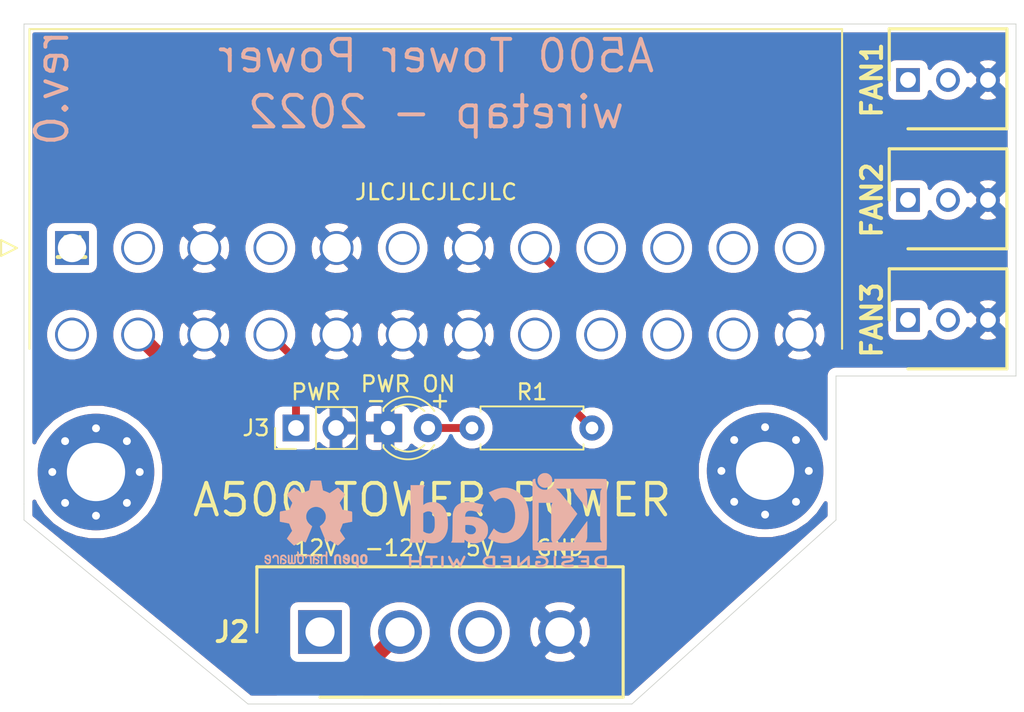
<source format=kicad_pcb>
(kicad_pcb (version 20171130) (host pcbnew "(5.1.6)-1")
  (layers (0 F.Cu signal) (1 In1.Cu power) (2 In2.Cu power) (31 B.Cu signal) (34 B.Paste user) (35 F.Paste user) (36 B.SilkS user) (37 F.SilkS user) (38 B.Mask user) (39 F.Mask user) (44 Edge.Cuts user))
  (net 0 "")
  (net 1 /GND)
  (net 2 "Net-(D1-Pad2)")
  (net 3 /3.3V)
  (net 4 /5V)
  (net 5 /PG)
  (net 6 /5VSB)
  (net 7 /12V)
  (net 8 /-12V)
  (net 9 /PS-ON)
  (net 10 "Net-(J1-Pad20)")
  (net 11 "Net-(J4-Pad1)")
  (net 12 "Net-(J5-Pad1)")
  (net 13 "Net-(J6-Pad1)")
  (module Symbol:OSHW-Logo2_7.3x6mm_SilkScreen (layer B.Cu) (at 145.034 111.506 180)
    (fp_text reference REF** hide)
    (fp_text value OSHW-Logo2_7.3x6mm_SilkScreen hide)
  )
  (module Symbol:KiCad-Logo2_5mm_SilkScreen (layer B.Cu) (at 157.226 111.252 180)
    (fp_text reference REF** hide)
    (fp_text value KiCad-Logo2_5mm_SilkScreen hide)
  )
  (module LED_THT:LED_D3.0mm (layer F.Cu) (at 149.606 105.41)
    (fp_text reference D1 hide)
    (fp_text value LED_3mm)
    (pad 1 thru_hole rect (at 0 0) (size 1.8 1.8) (drill 0.9) (layers *.Cu *.Mask) (net 1 /GND))
    (pad 2 thru_hole circle (at 2.54 0) (size 1.8 1.8) (drill 0.9) (layers *.Cu *.Mask) (net 2 "Net-(D1-Pad2)"))
  )
  (module MountingHole:MountingHole_3.7mm_Pad_Via (layer F.Cu) (at 131.064 108.204)
    (fp_text reference H1 hide)
    (fp_text value MountingHole)
    (pad 1 thru_hole circle (at 0 0) (size 7.4 7.4) (drill 3.7) (layers *.Cu *.Mask))
    (pad 1 thru_hole circle (at 2.775 0) (size 0.8 0.8) (drill 0.5) (layers *.Cu *.Mask))
    (pad 1 thru_hole circle (at 1.962221 1.962221) (size 0.8 0.8) (drill 0.5) (layers *.Cu *.Mask))
    (pad 1 thru_hole circle (at 0 2.775) (size 0.8 0.8) (drill 0.5) (layers *.Cu *.Mask))
    (pad 1 thru_hole circle (at -1.962221 1.962221) (size 0.8 0.8) (drill 0.5) (layers *.Cu *.Mask))
    (pad 1 thru_hole circle (at -2.775 0) (size 0.8 0.8) (drill 0.5) (layers *.Cu *.Mask))
    (pad 1 thru_hole circle (at -1.962221 -1.962221) (size 0.8 0.8) (drill 0.5) (layers *.Cu *.Mask))
    (pad 1 thru_hole circle (at 0 -2.775) (size 0.8 0.8) (drill 0.5) (layers *.Cu *.Mask))
    (pad 1 thru_hole circle (at 1.962221 -1.962221) (size 0.8 0.8) (drill 0.5) (layers *.Cu *.Mask))
  )
  (module MountingHole:MountingHole_3.7mm_Pad_Via (layer F.Cu) (at 173.551779 108.134221)
    (fp_text reference H2 hide)
    (fp_text value MountingHole)
    (pad 1 thru_hole circle (at 1.962221 -1.962221) (size 0.8 0.8) (drill 0.5) (layers *.Cu *.Mask))
    (pad 1 thru_hole circle (at 0 -2.775) (size 0.8 0.8) (drill 0.5) (layers *.Cu *.Mask))
    (pad 1 thru_hole circle (at -1.962221 -1.962221) (size 0.8 0.8) (drill 0.5) (layers *.Cu *.Mask))
    (pad 1 thru_hole circle (at -2.775 0) (size 0.8 0.8) (drill 0.5) (layers *.Cu *.Mask))
    (pad 1 thru_hole circle (at -1.962221 1.962221) (size 0.8 0.8) (drill 0.5) (layers *.Cu *.Mask))
    (pad 1 thru_hole circle (at 0 2.775) (size 0.8 0.8) (drill 0.5) (layers *.Cu *.Mask))
    (pad 1 thru_hole circle (at 1.962221 1.962221) (size 0.8 0.8) (drill 0.5) (layers *.Cu *.Mask))
    (pad 1 thru_hole circle (at 2.775 0) (size 0.8 0.8) (drill 0.5) (layers *.Cu *.Mask))
    (pad 1 thru_hole circle (at 0 0) (size 7.4 7.4) (drill 3.7) (layers *.Cu *.Mask))
  )
  (module 87427-2402 (layer F.Cu) (at 129.54 93.98 180)
    (fp_text reference J1 (at 0 0) (layer F.SilkS) (effects (font (size 1.27 1.27) (thickness 0.254))))
    (fp_text value 87427-2402 hide)
    (pad 1 thru_hole rect (at 0 0 180) (size 2.15 2.15) (drill 1.8) (layers *.Cu *.Mask) (net 3 /3.3V))
    (pad 2 thru_hole circle (at -4.2 0 180) (size 2.15 2.15) (drill 1.8) (layers *.Cu *.Mask) (net 3 /3.3V))
    (pad 3 thru_hole circle (at -8.4 0 180) (size 2.15 2.15) (drill 1.8) (layers *.Cu *.Mask) (net 1 /GND))
    (pad 4 thru_hole circle (at -12.6 0 180) (size 2.15 2.15) (drill 1.8) (layers *.Cu *.Mask) (net 4 /5V))
    (pad 5 thru_hole circle (at -16.8 0 180) (size 2.15 2.15) (drill 1.8) (layers *.Cu *.Mask) (net 1 /GND))
    (pad 6 thru_hole circle (at -21 0 180) (size 2.15 2.15) (drill 1.8) (layers *.Cu *.Mask) (net 4 /5V))
    (pad 7 thru_hole circle (at -25.2 0 180) (size 2.15 2.15) (drill 1.8) (layers *.Cu *.Mask) (net 1 /GND))
    (pad 8 thru_hole circle (at -29.4 0 180) (size 2.15 2.15) (drill 1.8) (layers *.Cu *.Mask) (net 5 /PG))
    (pad 9 thru_hole circle (at -33.6 0 180) (size 2.15 2.15) (drill 1.8) (layers *.Cu *.Mask) (net 6 /5VSB))
    (pad 10 thru_hole circle (at -37.8 0 180) (size 2.15 2.15) (drill 1.8) (layers *.Cu *.Mask) (net 7 /12V))
    (pad 11 thru_hole circle (at -42 0 180) (size 2.15 2.15) (drill 1.8) (layers *.Cu *.Mask) (net 7 /12V))
    (pad 12 thru_hole circle (at -46.2 0 180) (size 2.15 2.15) (drill 1.8) (layers *.Cu *.Mask) (net 3 /3.3V))
    (pad 13 thru_hole circle (at 0 -5.5 180) (size 2.15 2.15) (drill 1.8) (layers *.Cu *.Mask) (net 3 /3.3V))
    (pad 14 thru_hole circle (at -4.2 -5.5 180) (size 2.15 2.15) (drill 1.8) (layers *.Cu *.Mask) (net 8 /-12V))
    (pad 15 thru_hole circle (at -8.4 -5.5 180) (size 2.15 2.15) (drill 1.8) (layers *.Cu *.Mask) (net 1 /GND))
    (pad 16 thru_hole circle (at -12.6 -5.5 180) (size 2.15 2.15) (drill 1.8) (layers *.Cu *.Mask) (net 9 /PS-ON))
    (pad 17 thru_hole circle (at -16.8 -5.5 180) (size 2.15 2.15) (drill 1.8) (layers *.Cu *.Mask) (net 1 /GND))
    (pad 18 thru_hole circle (at -21 -5.5 180) (size 2.15 2.15) (drill 1.8) (layers *.Cu *.Mask) (net 1 /GND))
    (pad 19 thru_hole circle (at -25.2 -5.5 180) (size 2.15 2.15) (drill 1.8) (layers *.Cu *.Mask) (net 1 /GND))
    (pad 20 thru_hole circle (at -29.4 -5.5 180) (size 2.15 2.15) (drill 1.8) (layers *.Cu *.Mask) (net 10 "Net-(J1-Pad20)"))
    (pad 21 thru_hole circle (at -33.6 -5.5 180) (size 2.15 2.15) (drill 1.8) (layers *.Cu *.Mask) (net 4 /5V))
    (pad 22 thru_hole circle (at -37.8 -5.5 180) (size 2.15 2.15) (drill 1.8) (layers *.Cu *.Mask) (net 4 /5V))
    (pad 23 thru_hole circle (at -42 -5.5 180) (size 2.15 2.15) (drill 1.8) (layers *.Cu *.Mask) (net 4 /5V))
    (pad 24 thru_hole circle (at -46.2 -5.5 180) (size 2.15 2.15) (drill 1.8) (layers *.Cu *.Mask) (net 1 /GND))
  )
  (module SHDR4W166P0X508_1X4_2326X828X1066P (layer F.Cu) (at 145.288 118.364)
    (fp_text reference J2 (at -5.588 0) (layer F.SilkS) (effects (font (size 1.27 1.27) (thickness 0.254))))
    (fp_text value 15-24-4449 hide)
    (pad 1 thru_hole rect (at 0 0) (size 2.775 2.775) (drill 1.85) (layers *.Cu *.Mask) (net 7 /12V))
    (pad 2 thru_hole circle (at 5.08 0) (size 2.775 2.775) (drill 1.85) (layers *.Cu *.Mask) (net 8 /-12V))
    (pad 3 thru_hole circle (at 10.16 0) (size 2.775 2.775) (drill 1.85) (layers *.Cu *.Mask) (net 4 /5V))
    (pad 4 thru_hole circle (at 15.24 0) (size 2.775 2.775) (drill 1.85) (layers *.Cu *.Mask) (net 1 /GND))
  )
  (module Connector_PinHeader_2.54mm:PinHeader_1x02_P2.54mm_Vertical (layer F.Cu) (at 143.764 105.41 90)
    (fp_text reference J3 (at 0 -2.54 180) (layer F.SilkS))
    (fp_text value Conn_01x02)
    (pad 1 thru_hole rect (at 0 0 90) (size 1.7 1.7) (drill 1) (layers *.Cu *.Mask) (net 9 /PS-ON))
    (pad 2 thru_hole oval (at 0 2.54 90) (size 1.7 1.7) (drill 1) (layers *.Cu *.Mask) (net 1 /GND))
  )
  (module SHDR3W82P0X254_1X3_747X635X818P (layer F.Cu) (at 182.626 83.312)
    (fp_text reference FAN1 (at -2.286 0 90) (layer F.SilkS) (effects (font (size 1.27 1.27) (thickness 0.254))))
    (fp_text value 22-23-2031 hide)
    (pad 1 thru_hole rect (at 0 0) (size 1.5 1.5) (drill 1) (layers *.Cu *.Mask) (net 11 "Net-(J4-Pad1)"))
    (pad 2 thru_hole circle (at 2.54 0) (size 1.5 1.5) (drill 1) (layers *.Cu *.Mask) (net 7 /12V))
    (pad 3 thru_hole circle (at 5.08 0) (size 1.5 1.5) (drill 1) (layers *.Cu *.Mask) (net 1 /GND))
  )
  (module SHDR3W82P0X254_1X3_747X635X818P (layer F.Cu) (at 182.626 90.932)
    (fp_text reference FAN2 (at -2.286 0 90) (layer F.SilkS) (effects (font (size 1.27 1.27) (thickness 0.254))))
    (fp_text value 22-23-2031 hide)
    (pad 3 thru_hole circle (at 5.08 0) (size 1.5 1.5) (drill 1) (layers *.Cu *.Mask) (net 1 /GND))
    (pad 2 thru_hole circle (at 2.54 0) (size 1.5 1.5) (drill 1) (layers *.Cu *.Mask) (net 7 /12V))
    (pad 1 thru_hole rect (at 0 0) (size 1.5 1.5) (drill 1) (layers *.Cu *.Mask) (net 12 "Net-(J5-Pad1)"))
  )
  (module SHDR3W82P0X254_1X3_747X635X818P (layer F.Cu) (at 182.626 98.552)
    (fp_text reference FAN3 (at -2.286 0 90) (layer F.SilkS) (effects (font (size 1.27 1.27) (thickness 0.254))))
    (fp_text value 22-23-2031 hide)
    (pad 1 thru_hole rect (at 0 0) (size 1.5 1.5) (drill 1) (layers *.Cu *.Mask) (net 13 "Net-(J6-Pad1)"))
    (pad 2 thru_hole circle (at 2.54 0) (size 1.5 1.5) (drill 1) (layers *.Cu *.Mask) (net 7 /12V))
    (pad 3 thru_hole circle (at 5.08 0) (size 1.5 1.5) (drill 1) (layers *.Cu *.Mask) (net 1 /GND))
  )
  (module Resistor_THT:R_Axial_DIN0207_L6.3mm_D2.5mm_P7.62mm_Horizontal (layer F.Cu) (at 154.94 105.41)
    (fp_text reference R1 (at 3.81 -2.286) (layer F.SilkS))
    (fp_text value 1k)
    (pad 1 thru_hole circle (at 0 0) (size 1.6 1.6) (drill 0.8) (layers *.Cu *.Mask) (net 2 "Net-(D1-Pad2)"))
    (pad 2 thru_hole oval (at 7.62 0) (size 1.6 1.6) (drill 0.8) (layers *.Cu *.Mask) (net 5 /PG))
  )
  (gr_text JLCJLCJLCJLC (at 152.654 90.424) (layer F.SilkS) (effects (font (size 1 1))))
  (gr_text rev.0 (at 128.27 83.82 90) (layer B.SilkS) (effects (font (size 2 2) (thickness 0.25)) (justify mirror)))
  (gr_text "wiretap - 2022" (at 152.654 85.344) (layer B.SilkS) (effects (font (size 2 2) (thickness 0.25)) (justify mirror)))
  (gr_text "A500 Tower Power" (at 152.654 81.788) (layer B.SilkS) (effects (font (size 2 2) (thickness 0.25)) (justify mirror)))
  (gr_text "PWR ON" (at 150.876 102.616) (layer F.SilkS) (effects (font (size 1 1))))
  (gr_text PWR (at 145.034 103.124) (layer F.SilkS) (effects (font (size 1 1))))
  (gr_text "A500 TOWER POWER" (at 152.4 109.982) (layer F.SilkS) (effects (font (size 2 2) (thickness 0.25))))
  (gr_text - (at 148.844 103.632) (layer F.SilkS) (effects (font (size 1 1))))
  (gr_text + (at 152.908 103.632) (layer F.SilkS) (effects (font (size 1 1))))
  (gr_text GND (at 160.528 113.03) (layer F.SilkS) (effects (font (size 1 1))))
  (gr_text 5V (at 155.448 113.03) (layer F.SilkS) (effects (font (size 1 1))))
  (gr_text -12V (at 150.114 113.03) (layer F.SilkS) (effects (font (size 1 1))))
  (gr_text 12V (at 145.034 113.03) (layer F.SilkS) (effects (font (size 1 1))))
  (gr_line (start 140.716 122.936) (end 126.492 111.252) (layer Edge.Cuts) (width 0.05))
  (gr_line (start 126.492 110.236) (end 126.492 111.252) (layer Edge.Cuts) (width 0.05))
  (gr_line (start 140.716 122.936) (end 152.908 122.936) (layer Edge.Cuts) (width 0.05))
  (gr_line (start 126.492 79.756) (end 126.492 110.236) (layer Edge.Cuts) (width 0.05))
  (gr_line (start 189.484 79.756) (end 126.492 79.756) (layer Edge.Cuts) (width 0.05))
  (gr_line (start 189.484 102.108) (end 189.484 79.756) (layer Edge.Cuts) (width 0.05))
  (gr_line (start 178.054 102.108) (end 189.484 102.108) (layer Edge.Cuts) (width 0.05))
  (gr_line (start 178.054 111.252) (end 178.054 102.108) (layer Edge.Cuts) (width 0.05))
  (gr_line (start 165.1 122.936) (end 178.054 111.252) (layer Edge.Cuts) (width 0.05))
  (gr_line (start 152.908 122.936) (end 165.1 122.936) (layer Edge.Cuts) (width 0.05))
  (segment (start 154.94 105.41) (end 152.146 105.41) (width 0.5) (layer F.Cu) (net 2))
  (segment (start 161.036 96.076) (end 158.94 93.98) (width 0.5) (layer F.Cu) (net 5))
  (segment (start 162.56 105.41) (end 161.036 103.886) (width 0.5) (layer F.Cu) (net 5))
  (segment (start 161.036 103.886) (end 161.036 96.076) (width 0.5) (layer F.Cu) (net 5))
  (segment (start 143.256 121.412) (end 147.32 121.412) (width 1) (layer F.Cu) (net 8))
  (segment (start 133.74 99.48) (end 138.43 104.17) (width 1) (layer F.Cu) (net 8))
  (segment (start 147.32 121.412) (end 150.368 118.364) (width 1) (layer F.Cu) (net 8))
  (segment (start 138.43 116.586) (end 143.256 121.412) (width 1) (layer F.Cu) (net 8))
  (segment (start 138.43 104.17) (end 138.43 116.586) (width 1) (layer F.Cu) (net 8))
  (segment (start 143.764 101.104) (end 142.14 99.48) (width 0.5) (layer F.Cu) (net 9))
  (segment (start 143.764 105.41) (end 143.764 101.104) (width 0.5) (layer F.Cu) (net 9))
  (zone (net 1) (net_name /GND) (layer F.Cu) (connect_pads (clearance 0.508)) (min_thickness 0.254) (fill yes (arc_segments 32) (thermal_gap 0.508) (thermal_bridge_width 0.8))
    (polygon (pts (xy 189.992 123.444) (xy 124.968 123.444) (xy 124.968 78.232) (xy 189.992 78.232)))
  )
  (zone (net 1) (net_name /GND) (layer B.Cu) (connect_pads (clearance 0.508)) (min_thickness 0.254) (fill yes (arc_segments 32) (thermal_gap 0.508) (thermal_bridge_width 0.8))
    (polygon (pts (xy 189.992 123.444) (xy 124.968 123.444) (xy 124.968 78.232) (xy 189.992 78.232)))
  )
)
</source>
